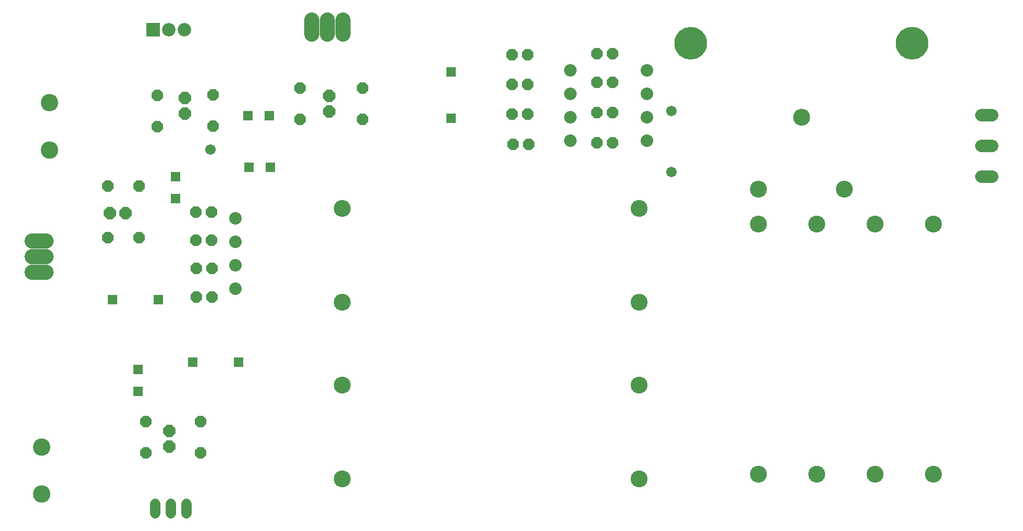
<source format=gbr>
G04 EAGLE Gerber RS-274X export*
G75*
%MOMM*%
%FSLAX34Y34*%
%LPD*%
%INSoldermask Bottom*%
%IPPOS*%
%AMOC8*
5,1,8,0,0,1.08239X$1,22.5*%
G01*
%ADD10C,2.033200*%
%ADD11C,1.727200*%
%ADD12R,1.611200X1.611200*%
%ADD13P,1.951982X8X112.500000*%
%ADD14P,2.144431X8X292.500000*%
%ADD15C,2.743200*%
%ADD16C,2.451100*%
%ADD17P,1.951982X8X22.500000*%
%ADD18P,2.144431X8X202.500000*%
%ADD19C,2.832100*%
%ADD20C,2.753200*%
%ADD21C,5.303200*%
%ADD22P,1.951982X8X292.500000*%
%ADD23P,2.144431X8X112.500000*%
%ADD24C,1.993900*%
%ADD25P,1.951982X8X202.500000*%
%ADD26R,2.183200X2.183200*%
%ADD27C,2.183200*%
%ADD28C,1.703200*%


D10*
X353800Y505450D03*
X353800Y467350D03*
X353800Y429250D03*
X353800Y391150D03*
X1021900Y631750D03*
X1021900Y669850D03*
X1021900Y707950D03*
X1021900Y746050D03*
D11*
X273860Y41870D02*
X273860Y26630D01*
X248460Y26630D02*
X248460Y41870D01*
X223060Y41870D02*
X223060Y26630D01*
D12*
X283900Y272000D03*
X358900Y272000D03*
D13*
X296700Y124500D03*
X296700Y175300D03*
D12*
X194830Y259500D03*
X194830Y224500D03*
D14*
X245900Y134500D03*
X245900Y159900D03*
D12*
X703900Y668400D03*
X703900Y743400D03*
D15*
X527000Y521300D03*
X527000Y369300D03*
X527000Y234300D03*
X527000Y82300D03*
X1010000Y521300D03*
X1010000Y369300D03*
X1010000Y234300D03*
X1010000Y82300D03*
X1203100Y89800D03*
X1298100Y89800D03*
X1393100Y89800D03*
X1488100Y89800D03*
X1203100Y495800D03*
X1298100Y495800D03*
X1393100Y495800D03*
X1488100Y495800D03*
D16*
X45070Y418560D02*
X22591Y418560D01*
X22591Y443960D02*
X45070Y443960D01*
X45070Y469360D02*
X22591Y469360D01*
D17*
X146300Y474000D03*
X197100Y474000D03*
D18*
X149000Y514000D03*
X174400Y514000D03*
D12*
X256460Y572900D03*
X256460Y537900D03*
X228500Y373400D03*
X153500Y373400D03*
D19*
X38522Y134004D03*
X38522Y57296D03*
X50792Y693374D03*
X50792Y616666D03*
D20*
X1203400Y552700D03*
X1343400Y552700D03*
X1273400Y669700D03*
D21*
X1093400Y789700D03*
X1453400Y789700D03*
D16*
X477160Y805141D02*
X477160Y827620D01*
X502560Y827620D02*
X502560Y805141D01*
X527960Y805141D02*
X527960Y827620D01*
D22*
X458200Y716700D03*
X458200Y665900D03*
D23*
X505500Y704000D03*
X505500Y678600D03*
D12*
X375400Y588250D03*
X410400Y588250D03*
D13*
X226200Y654300D03*
X226200Y705100D03*
D23*
X271500Y701000D03*
X271500Y675600D03*
D12*
X373400Y671900D03*
X408400Y671900D03*
D10*
X897900Y631550D03*
X897900Y669650D03*
X897900Y707750D03*
X897900Y745850D03*
D22*
X559800Y716700D03*
X559800Y665900D03*
D13*
X316800Y655300D03*
X316800Y706100D03*
X207800Y124500D03*
X207800Y175300D03*
D17*
X146300Y557900D03*
X197100Y557900D03*
D24*
X1566047Y573200D02*
X1583954Y573200D01*
X1583954Y623200D02*
X1566047Y623200D01*
X1566047Y673200D02*
X1583954Y673200D01*
D25*
X314700Y516000D03*
X289300Y516000D03*
D17*
X289300Y470000D03*
X314700Y470000D03*
D25*
X315700Y424000D03*
X290300Y424000D03*
X315700Y378000D03*
X290300Y378000D03*
X829700Y626000D03*
X804300Y626000D03*
X828700Y675000D03*
X803300Y675000D03*
X828700Y723000D03*
X803300Y723000D03*
D17*
X803300Y771000D03*
X828700Y771000D03*
D25*
X966700Y628000D03*
X941300Y628000D03*
X966700Y677000D03*
X941300Y677000D03*
X966700Y726000D03*
X941300Y726000D03*
D17*
X941300Y773000D03*
X966700Y773000D03*
D26*
X219400Y812240D03*
D27*
X244900Y812240D03*
X270400Y812240D03*
D28*
X312400Y617000D03*
X1062000Y680000D03*
X1062000Y581000D03*
M02*

</source>
